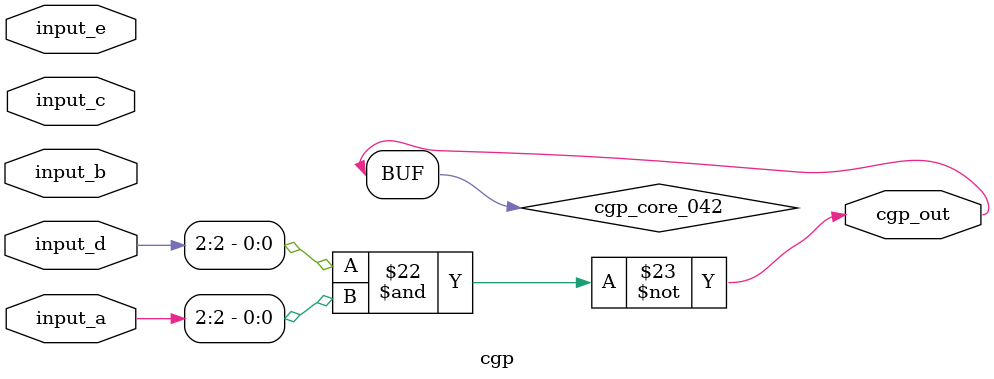
<source format=v>
module cgp(input [2:0] input_a, input [2:0] input_b, input [2:0] input_c, input [2:0] input_d, input [2:0] input_e, output [0:0] cgp_out);
  wire cgp_core_017;
  wire cgp_core_018;
  wire cgp_core_020;
  wire cgp_core_021_not;
  wire cgp_core_022;
  wire cgp_core_023;
  wire cgp_core_026_not;
  wire cgp_core_028;
  wire cgp_core_029;
  wire cgp_core_030;
  wire cgp_core_031;
  wire cgp_core_032;
  wire cgp_core_033;
  wire cgp_core_035;
  wire cgp_core_036;
  wire cgp_core_037;
  wire cgp_core_041;
  wire cgp_core_042;
  wire cgp_core_044;
  wire cgp_core_045_not;
  wire cgp_core_046;
  wire cgp_core_047;
  wire cgp_core_049;
  wire cgp_core_052;
  wire cgp_core_053;
  wire cgp_core_055;
  wire cgp_core_057;
  wire cgp_core_058;
  wire cgp_core_059;
  wire cgp_core_060;
  wire cgp_core_063;
  wire cgp_core_064;
  wire cgp_core_067;
  wire cgp_core_068;
  wire cgp_core_069;
  wire cgp_core_070;
  wire cgp_core_071;
  wire cgp_core_072;
  wire cgp_core_073;
  wire cgp_core_074_not;
  wire cgp_core_075;
  wire cgp_core_076;
  wire cgp_core_077;

  assign cgp_core_017 = ~(input_a[1] ^ input_c[0]);
  assign cgp_core_018 = ~input_d[0];
  assign cgp_core_020 = input_c[0] ^ input_b[1];
  assign cgp_core_021_not = ~input_d[0];
  assign cgp_core_022 = input_e[1] ^ input_c[1];
  assign cgp_core_023 = input_c[2] & input_e[2];
  assign cgp_core_026_not = ~input_e[0];
  assign cgp_core_028 = ~input_d[1];
  assign cgp_core_029 = ~(input_c[0] & input_e[1]);
  assign cgp_core_030 = input_a[1] | input_c[1];
  assign cgp_core_031 = input_e[0] ^ input_d[0];
  assign cgp_core_032 = ~input_d[0];
  assign cgp_core_033 = ~(input_d[1] ^ input_e[2]);
  assign cgp_core_035 = input_b[0] & input_a[2];
  assign cgp_core_036 = input_d[2] | input_b[2];
  assign cgp_core_037 = input_b[1] & input_d[0];
  assign cgp_core_041 = ~(input_e[2] ^ input_c[2]);
  assign cgp_core_042 = ~(input_d[2] & input_a[2]);
  assign cgp_core_044 = input_c[1] & input_e[0];
  assign cgp_core_045_not = ~input_e[2];
  assign cgp_core_046 = ~(input_c[1] | input_b[1]);
  assign cgp_core_047 = ~(input_b[2] ^ input_d[0]);
  assign cgp_core_049 = input_c[0] & input_d[2];
  assign cgp_core_052 = ~(input_d[0] & input_c[2]);
  assign cgp_core_053 = ~(input_b[1] ^ input_c[0]);
  assign cgp_core_055 = ~(input_c[1] & input_a[0]);
  assign cgp_core_057 = input_b[0] ^ input_a[2];
  assign cgp_core_058 = input_e[2] ^ input_c[2];
  assign cgp_core_059 = input_b[2] ^ input_c[1];
  assign cgp_core_060 = ~(input_e[0] ^ input_c[1]);
  assign cgp_core_063 = input_a[0] ^ input_c[1];
  assign cgp_core_064 = ~(input_b[2] | input_d[0]);
  assign cgp_core_067 = input_e[1] & input_a[1];
  assign cgp_core_068 = input_b[2] & input_c[2];
  assign cgp_core_069 = ~(input_d[2] | input_c[0]);
  assign cgp_core_070 = ~input_d[2];
  assign cgp_core_071 = input_e[0] & input_e[1];
  assign cgp_core_072 = ~(input_e[2] | input_d[2]);
  assign cgp_core_073 = ~(input_c[2] ^ input_d[2]);
  assign cgp_core_074_not = ~input_a[1];
  assign cgp_core_075 = input_a[2] ^ input_d[1];
  assign cgp_core_076 = ~(input_c[2] & input_e[0]);
  assign cgp_core_077 = input_a[0] ^ input_d[0];

  assign cgp_out[0] = cgp_core_042;
endmodule
</source>
